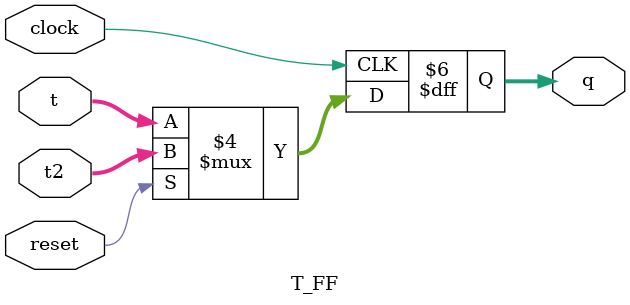
<source format=v>
module state_below(ctl, CLOCKTR, clocke, bar1, bar2,bar3,bar4,bar5,bar6,bar7,bar8,bar9,bar10,bar11,bar12,bar13,bar14,bar15,bar16,bart1, bart2,bart3,bart4,bart5,bart6,bart7,bart8,bart9,bart10,bart11,bart12,bart13,bart14,bart15,bart16, select);
	input [3:0] bar1, bar2,bar3,bar4,bar5,bar6,bar7,bar8,bar9,bar10,bar11,bar12,bar13,bar14,bar15,bar16;
	wire [3:0] ar1, ar2,ar3,ar4,ar5,ar6,ar7,ar8,ar9,ar10,ar11,ar12,ar13,ar14,ar15,ar16;
	wire [3:0] or1, or2,or3,or4,or5,or6,or7,or8,or9,or10,or11,or12,or13,or14,or15,or16;
	reg [3:0] ror1, ror2,ror3,ror4,ror5,ror6,ror7,ror8,ror9,ror10,ror11,ror12,ror13,ror14,ror15,ror16;
	output [3:0] bart1, bart2,bart3,bart4,bart5,bart6,bart7,bart8,bart9,bart10,bart11,bart12,bart13,bart14,bart15,bart16;
	input CLOCKTR;
	input [2:0]ctl;
	input clocke;
	wire random_select_mux;
	wire other_select_mux;
	wire [3:0] qout;
	wire [3:0] storedvalueout;
	output [1:0] select;
	// count_up is set to zero when ctrl1 is 1
	//regFF is set to zero when ctrl1 is 1
	//if ctrl[2] is 0 then maintain the next_state after the random tile placement otherwise if ctrl[2] is 1 then find the next next state
	// 100 qout = 4'b000
	// 101
	// 110
	// 111
	count_up v1(.enable(1'B1),.clock(CLOCKTR),.reset(ctl[1]),.q(qout));
   regFF new0(
       .t(qout),
       .clock(clocke), 
       .reset(ctl[1]), 
       .q(storedvalueout)
       );
	
	random_numb rap1(.outvalue(storedvalueout),.clock_inere(clocke), .b1(bar1), .b2(bar2), .b3(bar3),.b4(bar4),.b5(bar5),.b6(bar6),.b7(bar7),
	.b8(bar8),.b9(bar9),.b10(bar10),.b11(bar11),.b12(bar12),.b13(bar13),.b14(bar14), .b15(bar15), .b16(bar16),
	.o1(ar1),.o2(ar2),.o3(ar3),.o4(ar4),.o5(ar5),.o6(ar6),.o7(ar7),.o8(ar8),.o9(ar9),.o10(ar10),.o11(ar11),.o12(ar12),.o13(ar13),.o14(ar14),.o15(ar15),.o16(ar16),
	.real_movemen(ctl[2]), .mux_rand(random_select_mux));
	
	other_numb ark1(.clock_inere(clocke), .b1(bar1), .b2(bar2), .b3(bar3),.b4(bar4),.b5(bar5),.b6(bar6),.b7(bar7),
	.b8(bar8),.b9(bar9),.b10(bar10),.b11(bar11),.b12(bar12),.b13(bar13),.b14(bar14), .b15(bar15), .b16(bar16),
	.o1(or1),.o2(or2),.o3(or3),.o4(or4),.o5(or5),.o6(or6),.o7(or7),.o8(or8),.o9(or9),.o10(or10),.o11(or11),.o12(or12),.o13(or13),.o14(or14),.o15(or15),.o16(or16)
	,.real_movemen(ctl[2]), .mux_other(other_select_mux));

	
	assign select = {other_select_mux, random_select_mux};
	always@(*)
	begin
		case(select)
			0: begin
				ror1 <= bar1;
				ror2 <= bar2;
				ror3 <= bar3;
				ror4 <= bar4;
				ror5 <= bar5;
				ror6 <= bar6;
				ror7 <= bar7;
				ror8 <= bar8;
				ror9 <= bar9;
				ror10 <= bar10;
				ror11 <= bar11;
				ror12 <= bar12;
				ror13 <= bar13;
				ror14 <= bar14;
				ror15 <= bar15;
				ror16 <= bar16;
				end
			1: begin
				ror1 <= bar1;
				ror2 <= bar2;
				ror3 <= bar3;
				ror4 <= bar4;
				ror5 <= bar5;
				ror6 <= bar6;
				ror7 <= bar7;
				ror8 <= bar8;
				ror9 <= bar9;
				ror10 <= bar10;
				ror11 <= bar11;
				ror12 <= bar12;
				ror13 <= bar13;
				ror14 <= bar14;
				ror15 <= bar15;
				ror16 <= bar16;
				end
			2: begin
				ror1 <= or1;
				ror2 <= or2;
				ror3 <= or3;
				ror4 <= or4;
				ror5 <= or5;
				ror6 <= or6;
				ror7 <= or7;
				ror8 <= or8;
				ror9 <= or9;
				ror10 <= or10;
				ror11 <= or11;
				ror12 <= or12;
				ror13 <= or13;
				ror14 <= or14;
				ror15 <= or15;
				ror16 <= or16;
				end
			3: begin
				ror1 <= ar1;
				ror2 <= ar2;
				ror3 <= ar3;
				ror4 <= ar4;
				ror5 <= ar5;
				ror6 <= ar6;
				ror7 <= ar7;
				ror8 <= ar8;
				ror9 <= ar9;
				ror10 <= ar10;
				ror11 <= ar11;
				ror12 <= ar12;
				ror13 <= ar13;
				ror14 <= ar14;
				ror15 <= ar15;
				ror16 <= ar16;
				end
		endcase
	end
	assign bart1 = ror1;
	assign bart2 = ror2;
	assign bart3 = ror3;
	assign bart4 = ror4;
	assign bart5 = ror5;
	assign bart6 = ror6;
	assign bart7 = ror7;
	assign bart8 = ror8;
	assign bart9 = ror9;
	assign bart10 = ror10;
	assign bart11 = ror11;
	assign bart12 = ror12;
	assign bart13 = ror13;
	assign bart14 = ror14;
	assign bart15 = ror15;
	assign bart16 = ror16;
endmodule
				
module regFF(t, clock, reset, q);
   input [3:0] t;
	input clock, reset;
   output reg [3:0] q;
   always @ (posedge clock)
   begin
      if(reset == 1'b1)
      begin
         q <= 4'b0000;
      end
      else
      begin
         q <= t;
      end
   end
endmodule


	
module count_up(enable, clock, reset, q);
    input enable, clock, reset;
    output reg [3:0] q;
	 wire [3:0] ku;
	 assign ku = 4'b0001;
    always @(posedge clock)
    begin
        if(reset == 1'b1) //reset when high
        begin
            q <= 4'b0000;
        end
        else if(q > 4'b1111) //when hex display reaches F reset
            q <= 4'b0000;
        else if(enable == 1'b1) //counts upwards for hex value
            q <= q + ku;
    end
endmodule	

module other_numb(clock_inere, b1, b2, b3,b4,b5,b6,b7,b8,b9,b10,b11,b12,b13,b14, b15, b16,o1,o2,o3,o4,o5,o6,o7,o8,o9,o10,o11,o12,o13,o14,o15,o16,real_movemen, mux_other);
	input [3:0] b1, b2, b3,b4,b5,b6,b7,b8,b9,b10,b11,b12,b13,b14, b15, b16;	
	wire [3:0] k1, k2, k3,k4,k5,k6,k7,k8,k9,k10,k11,k12,k13,k14, k15, k16;	
	output [3:0] o1,o2,o3,o4,o5,o6,o7,o8,o9,o10,o11,o12,o13,o14,o15,o16;
	output mux_other;
	input clock_inere;
	input real_movemen;
	other_checker r1(.box1(b1), .box2(b2), .box3(b3),.box4(b4),.box5(b5),.box6(b6),.box7(b7),.box8(b8),.box9(b9),
	.box10(b10),.box11(b11),.box12(b12),.box13(b13),.box14(b14), .box15(b15), .box16(b16),.boxy1(k1),.boxy2(k2),.boxy3(k3),.boxy4(k4),.boxy5(k5),.boxy6(k6),.boxy7(k7),.boxy8(k8),.boxy9(k9),.boxy10(k10),.boxy11(k11),.boxy12(k12),.boxy13(k13),.boxy14(k14),.boxy15(k15),.boxy16(k16), .mux_other(mux_other), .clock(clock_inere));
	
	 T_FF T1(
	  .t(o1),
	  .t2(k1),
	  .clock(clock_inere), 
	  .reset(real_movemen), 
	  .q(o1)
	  );
	 T_FF T2(
	  .t(o2),
	  .t2(k2),
	  .clock(clock_inere), 
	  .reset(real_movemen), 
	  .q(o2)
	  );
	 T_FF T3(
	  .t(o3),
	  .t2(k3),
	  .clock(clock_inere), 
	  .reset(real_movemen), 
	  .q(o3)
	  );
	 T_FF T4(
	  .t(o4),
	  .t2(k4),
	  .clock(clock_inere), 
	  .reset(real_movemen), 
	  .q(o4)
	  );
	 T_FF T5(
	  .t(o5),
	  .t2(k5),
	  .clock(clock_inere), 
	  .reset(real_movemen), 
	  .q(o5)
	  );
	 T_FF T6(
	  .t(o6),
	  .t2(k6),
	  .clock(clock_inere), 
	  .reset(real_movemen), 
	  .q(o6)
	  );
	 T_FF T8(
	  .t(o8),
	  .t2(k8),
	  .clock(clock_inere), 
	  .reset(real_movemen), 
	  .q(o8)
	  );
	 T_FF T7(
	  .t(o7),
	  .t2(k7),
	  .clock(clock_inere), 
	  .reset(real_movemen), 
	  .q(o7)
	  );
	 T_FF T9(
	  .t(o9),
	  .t2(k9),
	  .clock(clock_inere), 
	  .reset(real_movemen), 
	  .q(o9)
	  );
	 T_FF T10(
	  .t(o10),
	  .t2(k10),
	  .clock(clock_inere), 
	  .reset(real_movemen), 
	  .q(o10)
	  );
	 T_FF T11(
	  .t(o11),
	  .t2(k11),
	  .clock(clock_inere), 
	  .reset(real_movemen), 
	  .q(o11)
	  );
	 T_FF T12(
	  .t(o12),
	  .t2(k12),
	  .clock(clock_inere), 
	  .reset(real_movemen), 
	  .q(o12)
	  );
	 T_FF T13(
	  .t(o13),
	  .t2(k13),
	  .clock(clock_inere), 
	  .reset(real_movemen), 
	  .q(o13)
	  );
	 T_FF T14(
	  .t(o14),
	  .t2(k14),
	  .clock(clock_inere), 
	  .reset(real_movemen), 
	  .q(o14)
	  );
	 T_FF T15(
	  .t(o15),
	  .t2(k15),
	  .clock(clock_inere), 
	  .reset(real_movemen), 
	  .q(o15)
	  );
	 T_FF T16(
	  .t(o16),
	  .t2(k16),
	  .clock(clock_inere), 
	  .reset(real_movemen), 
	  .q(o16)
	  );	
endmodule	

module other_checker (clock,box1, box2, box3,box4,box5,box6,box7,box8,box9,box10,box11,box12,box13,box14, box15, box16,boxy1, boxy2, boxy3,boxy4,boxy5,boxy6,boxy7,boxy8,boxy9,boxy10,boxy11,boxy12,boxy13,boxy14, boxy15, boxy16, mux_other);
	input [3:0] box1, box2, box3,box4,box5,box6,box7,box8,box9,box10,box11,box12,box13,box14, box15, box16;
	reg [3:0] qt1,qt2,qt3,qt4,qt5,qt6,qt7,qt8,qt9,qt10,qt11,qt12,qt13,qt14,qt15,qt16;
	output [3:0] boxy1, boxy2, boxy3,boxy4,boxy5,boxy6,boxy7,boxy8,boxy9,boxy10,boxy11,boxy12,boxy13,boxy14, boxy15, boxy16;
	reg q;
	input clock;
	output mux_other;
	always@(posedge clock)
		begin
			if (box1 == 4'b0000)
			begin
				q <= 1'b1;
				qt1 <= 4'b0001;
				qt2 <= box2;
				qt3 <= box3;
				qt4 <= box4;
				qt5 <= box5;
				qt6 <= box6;
				qt7 <= box7;
				qt8 <= box8;
				qt9 <= box9;
				qt10 <= box10;
				qt11 <= box11;
				qt12 <= box12;
				qt13 <= box13;
				qt14 <= box14;
				qt15 <= box15;
				qt16 <= box16;
			end
			else if (box2 == 4'b0000)
			begin
				q <= 1'b1;
				qt1 <= box1;
				qt2 <= 4'b0001;
				qt3 <= box3;
				qt4 <= box4;
				qt5 <= box5;
				qt6 <= box6;
				qt7 <= box7;
				qt8 <= box8;
				qt9 <= box9;
				qt10 <= box10;
				qt11 <= box11;
				qt12 <= box12;
				qt13 <= box13;
				qt14 <= box14;
				qt15 <= box15;
				qt16 <= box16;
			end
			
			else if (box3 == 4'b0000)
			begin
				q <= 1'b1;
				qt1 <= box1;
				qt2 <= box2;
				qt3 <= 4'b0001;
				qt4 <= box4;
				qt5 <= box5;
				qt6 <= box6;
				qt7 <= box7;
				qt8 <= box8;
				qt9 <= box9;
				qt10 <= box10;
				qt11 <= box11;
				qt12 <= box12;
				qt13 <= box13;
				qt14 <= box14;
				qt15 <= box15;
				qt16 <= box16;
			end
			
			else if (box4 == 4'b0000)
			begin
				q <= 1'b1;
				qt1 <= box1;
				qt2 <= box2;
				qt3 <= box3;
				qt4 <= 4'b0001;
				qt5 <= box5;
				qt6 <= box6;
				qt7 <= box7;
				qt8 <= box8;
				qt9 <= box9;
				qt10 <= box10;
				qt11 <= box11;
				qt12 <= box12;
				qt13 <= box13;
				qt14 <= box14;
				qt15 <= box15;
				qt16 <= box16;
			end
			
			else if (box5 == 4'b0000)
			begin
				q <= 1'b1;
				qt1 <= box1;
				qt2 <= box2;
				qt3 <= box3;
				qt4 <= box4;
				qt5 <= 4'b0001;
				qt6 <= box6;
				qt7 <= box7;
				qt8 <= box8;
				qt9 <= box9;
				qt10 <= box10;
				qt11 <= box11;
				qt12 <= box12;
				qt13 <= box13;
				qt14 <= box14;
				qt15 <= box15;
				qt16 <= box16;
			end
			
			else if (box6 == 4'b0000)
			begin
				q <= 1'b1;
				qt1 <= box1;
				qt2 <= box2;
				qt3 <= box3;
				qt4 <= box4;
				qt5 <= box5;
				qt6 <= 4'b0001;
				qt7 <= box7;
				qt8 <= box8;
				qt9 <= box9;
				qt10 <= box10;
				qt11 <= box11;
				qt12 <= box12;
				qt13 <= box13;
				qt14 <= box14;
				qt15 <= box15;
				qt16 <= box16;
			end
			
			else if (box7 == 4'b0000)
			begin
				q <= 1'b1;
				qt1 <= box1;
				qt2 <= box2;
				qt3 <= box3;
				qt4 <= box4;
				qt5 <= box5;
				qt6 <= box6;
				qt7 <= 4'b0001;
				qt8 <= box8;
				qt9 <= box9;
				qt10 <= box10;
				qt11 <= box11;
				qt12 <= box12;
				qt13 <= box13;
				qt14 <= box14;
				qt15 <= box15;
				qt16 <= box16;
			end
			
			else if (box8 == 4'b0000)
			begin
				q <= 1'b1;
				qt1 <= box1;
				qt2 <= box2;
				qt3 <= box3;
				qt4 <= box4;
				qt5 <= box5;
				qt6 <= box6;
				qt7 <= box7;
				qt8 <= 4'b0001;
				qt9 <= box9;
				qt10 <= box10;
				qt11 <= box11;
				qt12 <= box12;
				qt13 <= box13;
				qt14 <= box14;
				qt15 <= box15;
				qt16 <= box16;
			end
			
			else if (box9 == 4'b0000)
			begin
				q <= 1'b1;
				qt1 <= box1;
				qt2 <= box2;
				qt3 <= box3;
				qt4 <= box4;
				qt5 <= box5;
				qt6 <= box6;
				qt7 <= box7;
				qt8 <= box8;
				qt9 <= 4'b0001;
				qt10 <= box10;
				qt11 <= box11;
				qt12 <= box12;
				qt13 <= box13;
				qt14 <= box14;
				qt15 <= box15;
				qt16 <= box16;
			end
			
			else if (box10 == 4'b0000)
			begin
				q <= 1'b1;
				qt1 <= box1;
				qt2 <= box2;
				qt3 <= box3;
				qt4 <= box4;
				qt5 <= box5;
				qt6 <= box6;
				qt7 <= box7;
				qt8 <= box8;
				qt9 <= box9;
				qt10 <= 4'b0001;
				qt11 <= box11;
				qt12 <= box12;
				qt13 <= box13;
				qt14 <= box14;
				qt15 <= box15;
				qt16 <= box16;
			end
			
			else if (box11 == 4'b0000)
			begin
				q <= 1'b1;
				qt1 <= box1;
				qt2 <= box2;
				qt3 <= box3;
				qt4 <= box4;
				qt5 <= box5;
				qt6 <= box6;
				qt7 <= box7;
				qt8 <= box8;
				qt9 <= box9;
				qt10 <= box10;
				qt11 <= 4'b0001;
				qt12 <= box12;
				qt13 <= box13;
				qt14 <= box14;
				qt15 <= box15;
				qt16 <= box16;
			end
			
			else if (box12 == 4'b0000)
			begin
				q <= 1'b1;
				qt1 <= box1;
				qt2 <= box2;
				qt3 <= box3;
				qt4 <= box4;
				qt5 <= box5;
				qt6 <= box6;
				qt7 <= box7;
				qt8 <= box8;
				qt9 <= box9;
				qt10 <= box10;
				qt11 <= box11;
				qt12 <= 4'b0001;
				qt13 <= box13;
				qt14 <= box14;
				qt15 <= box15;
				qt16 <= box16;
			end
			
			else if (box13 == 4'b0000)
			begin
				q <= 1'b1;
				qt1 <= box1;
				qt2 <= box2;
				qt3 <= box3;
				qt4 <= box4;
				qt5 <= box5;
				qt6 <= box6;
				qt7 <= box7;
				qt8 <= box8;
				qt9 <= box9;
				qt10 <= box10;
				qt11 <= box11;
				qt12 <= box12;
				qt13 <= 4'b0001;
				qt14 <= box14;
				qt15 <= box15;
				qt16 <= box16;
			end
			
			else if (box14 == 4'b0000)
			begin
				q <= 1'b1;
				qt1 <= box1;
				qt2 <= box2;
				qt3 <= box3;
				qt4 <= box4;
				qt5 <= box5;
				qt6 <= box6;
				qt7 <= box7;
				qt8 <= box8;
				qt9 <= box9;
				qt10 <= box10;
				qt11 <= box11;
				qt12 <= box12;
				qt13 <= box13;
				qt14 <= 4'b0001;
				qt15 <= box15;
				qt16 <= box16;
			end
			
			else if (box15 == 4'b0000)
			begin
				q <= 1'b1;
				qt1 <= box1;
				qt2 <= box2;
				qt3 <= box3;
				qt4 <= box4;
				qt5 <= box5;
				qt6 <= box6;
				qt7 <= box7;
				qt8 <= box8;
				qt9 <= box9;
				qt10 <= box10;
				qt11 <= box11;
				qt12 <= box12;
				qt13 <= box13;
				qt14 <= box14;
				qt15 <= 4'b0001;
				qt16 <= box16;
			end
			
			else if (box16 == 4'b0000)
			begin
				q <= 1'b1;
				qt1 <= box1;
				qt2 <= box2;
				qt3 <= box3;
				qt4 <= box4;
				qt5 <= box5;
				qt6 <= box6;
				qt7 <= box7;
				qt8 <= box8;
				qt9 <= box9;
				qt10 <= box10;
				qt11 <= box11;
				qt12 <= box12;
				qt13 <= box13;
				qt14 <= box14;
				qt15 <= box15;
				qt16 <= 4'b0001;
			end
		end
		assign mux_other = q;
		assign boxy1=qt1;
		assign boxy2=qt2;
		assign boxy3=qt3;
		assign boxy4=qt4;
		assign boxy5=qt5;
		assign boxy6=qt6;
		assign boxy7=qt7;
		assign boxy8=qt8;
		assign boxy9=qt9;
		assign boxy10=qt10;
		assign boxy11=qt11;
		assign boxy12=qt12;
		assign boxy13=qt13;
		assign boxy14=qt14;
		assign boxy15=qt15;
		assign boxy16=qt16;
endmodule

module random_numb(outvalue,clock_inere, b1, b2, b3,b4,b5,b6,b7,b8,b9,b10,b11,b12,b13,b14, b15, b16,o1,o2,o3,o4,o5,o6,o7,o8,o9,o10,o11,o12,o13,o14,o15,o16,real_movemen, mux_rand);
	input [3:0] b1, b2, b3,b4,b5,b6,b7,b8,b9,b10,b11,b12,b13,b14, b15, b16;	
	wire [3:0] k1, k2, k3,k4,k5,k6,k7,k8,k9,k10,k11,k12,k13,k14, k15, k16;	
	output [3:0] o1,o2,o3,o4,o5,o6,o7,o8,o9,o10,o11,o12,o13,o14,o15,o16;
	output mux_rand;
	input [3:0] outvalue;
	input clock_inere;
	input real_movemen;
	
	random_number_grabber r0(.randombox(outvalue), .box1(b1), .box2(b2), .box3(b3),.box4(b4),.box5(b5),.box6(b6),.box7(b7),.box8(b8),.box9(b9),
	.box10(b10),.box11(b11),.box12(b12),.box13(b13),.box14(b14), .box15(b15), .box16(b16),.q1(k1),.q2(k2),.q3(k3),.q4(k4),.q5(k5),.q6(k6),.q7(k7),.q8(k8),.q9(k9),.q10(k10),.q11(k11),.q12(k12),.q13(k13),.q14(k14),.q15(k15),.q16(k16),.clock(clock_inere), .muxy(mux_rand));
	
	 T_FF T1(
	  .t(o1),
	  .t2(k1),
	  .clock(clock_inere), 
	  .reset(real_movemen), 
	  .q(o1)
	  );
	 T_FF T2(
	  .t(o2),
	  .t2(k2),
	  .clock(clock_inere), 
	  .reset(real_movemen), 
	  .q(o2)
	  );
	 T_FF T3(
	  .t(o3),
	  .t2(k3),
	  .clock(clock_inere), 
	  .reset(real_movemen), 
	  .q(o3)
	  );
	 T_FF T4(
	  .t(o4),
	  .t2(k4),
	  .clock(clock_inere), 
	  .reset(real_movemen), 
	  .q(o4)
	  );
	 T_FF T5(
	  .t(o5),
	  .t2(k5),
	  .clock(clock_inere), 
	  .reset(real_movemen), 
	  .q(o5)
	  );
	 T_FF T6(
	  .t(o6),
	  .t2(k6),
	  .clock(clock_inere), 
	  .reset(real_movemen), 
	  .q(o6)
	  );
	 T_FF T8(
	  .t(o8),
	  .t2(k8),
	  .clock(clock_inere), 
	  .reset(real_movemen), 
	  .q(o8)
	  );
	 T_FF T7(
	  .t(o7),
	  .t2(k7),
	  .clock(clock_inere), 
	  .reset(real_movemen), 
	  .q(o7)
	  );
	 T_FF T9(
	  .t(o9),
	  .t2(k9),
	  .clock(clock_inere), 
	  .reset(real_movemen), 
	  .q(o9)
	  );
	 T_FF T10(
	  .t(o10),
	  .t2(k10),
	  .clock(clock_inere), 
	  .reset(real_movemen), 
	  .q(o10)
	  );
	 T_FF T11(
	  .t(o11),
	  .t2(k11),
	  .clock(clock_inere), 
	  .reset(real_movemen), 
	  .q(o11)
	  );
	 T_FF T12(
	  .t(o12),
	  .t2(k12),
	  .clock(clock_inere), 
	  .reset(real_movemen), 
	  .q(o12)
	  );
	 T_FF T13(
	  .t(o13),
	  .t2(k13),
	  .clock(clock_inere), 
	  .reset(real_movemen), 
	  .q(o13)
	  );
	 T_FF T14(
	  .t(o14),
	  .t2(k14),
	  .clock(clock_inere), 
	  .reset(real_movemen), 
	  .q(o14)
	  );
	 T_FF T15(
	  .t(o15),
	  .t2(k15),
	  .clock(clock_inere), 
	  .reset(real_movemen), 
	  .q(o15)
	  );
	 T_FF T16(
	  .t(o16),
	  .t2(k16),
	  .clock(clock_inere), 
	  .reset(real_movemen), 
	  .q(o16)
	  );	
endmodule
	
module random_number_grabber(randombox,clock,box1, box2, box3,box4,box5,box6,box7,box8,box9,box10,box11,box12,box13,box14, box15, box16, q1,q2,q3,q4,q5,q6,q7,q8,q9,q10,q11,q12,q13,q14,q15,q16, muxy);
	input [3:0] box1, box2, box3,box4,box5,box6,box7,box8,box9,box10,box11,box12,box13,box14, box15, box16;
	reg [3:0] qt1,qt2,qt3,qt4,qt5,qt6,qt7,qt8,qt9,qt10,qt11,qt12,qt13,qt14,qt15,qt16;
	output [3:0] q1,q2,q3,q4,q5,q6,q7,q8,q9,q10,q11,q12,q13,q14,q15,q16;
	reg q;
	input clock;
	input [3:0] randombox;
	output muxy;
	
	always@(posedge clock)
		begin
			case(randombox)
				0: begin
						if (box1 == 4'b0000)
						begin
							q = 1'b1;
							qt1 <= 4'b0001;
							qt2 <= box2;
							qt3 <= box3;
							qt4 <= box4;
							qt5 <= box5;
							qt6 <= box6;
							qt7 <= box7;
							qt8 <= box8;
							qt9 <= box9;
							qt10 <= box10;
							qt11 <= box11;
							qt12 <= box12;
							qt13 <= box13;
							qt14 <= box14;
							qt15 <= box15;
							qt16 <= box16;
						end
						else
						begin
						q <= 1'b0;
						qt1 <= box1;
						qt2 <= box2;
						qt3 <= box3;
						qt4 <= box4;
						qt5 <= box5;
						qt6 <= box6;
						qt7 <= box7;
						qt8 <= box8;
						qt9 <= box9;
						qt10 <= box10;
						qt11 <= box11;
						qt12 <= box12;
						qt13 <= box13;
						qt14 <= box14;
						qt15 <= box15;
						qt16 <= box16;
						end
					end
				1: begin
						if (box2 == 4'b0000)
						begin
							q <= 1'b1;
							qt1 <= box1;
							qt2 <= 4'b0001;
							qt3 <= box3;
							qt4 <= box4;
							qt5 <= box5;
							qt6 <= box6;
							qt7 <= box7;
							qt8 <= box8;
							qt9 <= box9;
							qt10 <= box10;
							qt11 <= box11;
							qt12 <= box12;
							qt13 <= box13;
							qt14 <= box14;
							qt15 <= box15;
							qt16 <= box16;
						end
						else
						begin
						q <= 1'b0;
						qt1 <= box1;
						qt2 <= box2;
						qt3 <= box3;
						qt4 <= box4;
						qt5 <= box5;
						qt6 <= box6;
						qt7 <= box7;
						qt8 <= box8;
						qt9 <= box9;
						qt10 <= box10;
						qt11 <= box11;
						qt12 <= box12;
						qt13 <= box13;
						qt14 <= box14;
						qt15 <= box15;
						qt16 <= box16;
						end
					end
				2: begin
						if (box3 == 4'b0000)
						begin
							q <= 1'b1;
							qt1 <= box1;
							qt2 <= box2;
							qt3 <= 4'b0001;
							qt4 <= box4;
							qt5 <= box5;
							qt6 <= box6;
							qt7 <= box7;
							qt8 <= box8;
							qt9 <= box9;
							qt10 <= box10;
							qt11 <= box11;
							qt12 <= box12;
							qt13 <= box13;
							qt14 <= box14;
							qt15 <= box15;
							qt16 <= box16;							
						end
						else
						begin
						q <= 1'b0;
						qt1 <= box1;
						qt2 <= box2;
						qt3 <= box3;
						qt4 <= box4;
						qt5 <= box5;
						qt6 <= box6;
						qt7 <= box7;
						qt8 <= box8;
						qt9 <= box9;
						qt10 <= box10;
						qt11 <= box11;
						qt12 <= box12;
						qt13 <= box13;
						qt14 <= box14;
						qt15 <= box15;
						qt16 <= box16;
						end
					end
				3: begin
						if (box4 == 4'b0000)
						begin
							q <= 1'b1;
							qt1 <= box1;
							qt2 <= box2;
							qt3 <= box3;
							qt4 <= 4'b0001;
							qt5 <= box5;
							qt6 <= box6;
							qt7 <= box7;
							qt8 <= box8;
							qt9 <= box9;
							qt10 <= box10;
							qt11 <= box11;
							qt12 <= box12;
							qt13 <= box13;
							qt14 <= box14;
							qt15 <= box15;
							qt16 <= box16;
						end
						else
						begin
						q <= 1'b0;
						qt1 <= box1;
						qt2 <= box2;
						qt3 <= box3;
						qt4 <= box4;
						qt5 <= box5;
						qt6 <= box6;
						qt7 <= box7;
						qt8 <= box8;
						qt9 <= box9;
						qt10 <= box10;
						qt11 <= box11;
						qt12 <= box12;
						qt13 <= box13;
						qt14 <= box14;
						qt15 <= box15;
						qt16 <= box16;
						end
					end
				4: begin
						if (box5 == 4'b0000)
						begin
							q <= 1'b1;
							qt1 <= box1;
							qt2 <= box2;
							qt3 <= box3;
							qt4 <= box4;
							qt5 <= 4'b0001;
							qt6 <= box6;
							qt7 <= box7;
							qt8 <= box8;
							qt9 <= box9;
							qt10 <= box10;
							qt11 <= box11;
							qt12 <= box12;
							qt13 <= box13;
							qt14 <= box14;
							qt15 <= box15;
							qt16 <= box16;
						end
						else
						begin
						q <= 1'b0;
						qt1 <= box1;
						qt2 <= box2;
						qt3 <= box3;
						qt4 <= box4;
						qt5 <= box5;
						qt6 <= box6;
						qt7 <= box7;
						qt8 <= box8;
						qt9 <= box9;
						qt10 <= box10;
						qt11 <= box11;
						qt12 <= box12;
						qt13 <= box13;
						qt14 <= box14;
						qt15 <= box15;
						qt16 <= box16;
						end
					end
				5: begin
						if (box6 == 4'b0000)
						begin
							q <= 1'b1;
							qt1 <= box1;
							qt2 <= box2;
							qt3 <= box3;
							qt4 <= box4;
							qt5 <= box5;
							qt6 <= 4'b0001;
							qt7 <= box7;
							qt8 <= box8;
							qt9 <= box9;
							qt10 <= box10;
							qt11 <= box11;
							qt12 <= box12;
							qt13 <= box13;
							qt14 <= box14;
							qt15 <= box15;
							qt16 <= box16;
						end
						else
						begin
						q <= 1'b0;
						qt1 <= box1;
						qt2 <= box2;
						qt3 <= box3;
						qt4 <= box4;
						qt5 <= box5;
						qt6 <= box6;
						qt7 <= box7;
						qt8 <= box8;
						qt9 <= box9;
						qt10 <= box10;
						qt11 <= box11;
						qt12 <= box12;
						qt13 <= box13;
						qt14 <= box14;
						qt15 <= box15;
						qt16 <= box16;
						end
					end
				6: begin
						if (box7 == 4'b0000)
						begin
							q <= 1'b1;
							qt1 <= box1;
							qt2 <= box2;
							qt3 <= box3;
							qt4 <= box4;
							qt5 <= box5;
							qt6 <= box6;
							qt7 <= 4'b0001;
							qt8 <= box8;
							qt9 <= box9;
							qt10 <= box10;
							qt11 <= box11;
							qt12 <= box12;
							qt13 <= box13;
							qt14 <= box14;
							qt15 <= box15;
							qt16 <= box16;
						end
						else
						begin
						q <= 1'b0;
						qt1 <= box1;
						qt2 <= box2;
						qt3 <= box3;
						qt4 <= box4;
						qt5 <= box5;
						qt6 <= box6;
						qt7 <= box7;
						qt8 <= box8;
						qt9 <= box9;
						qt10 <= box10;
						qt11 <= box11;
						qt12 <= box12;
						qt13 <= box13;
						qt14 <= box14;
						qt15 <= box15;
						qt16 <= box16;
						end
					end
				7: begin
						if (box8 == 4'b0000)
						begin
							q <= 1'b1;
							qt1 <= box1;
							qt2 <= box2;
							qt3 <= box3;
							qt4 <= box4;
							qt5 <= box5;
							qt6 <= box6;
							qt7 <= box7;
							qt8 <= 4'b0001;
							qt9 <= box9;
							qt10 <= box10;
							qt11 <= box11;
							qt12 <= box12;
							qt13 <= box13;
							qt14 <= box14;
							qt15 <= box15;
							qt16 <= box16;
						end
						else
						begin
						q <= 1'b0;
						qt1 <= box1;
						qt2 <= box2;
						qt3 <= box3;
						qt4 <= box4;
						qt5 <= box5;
						qt6 <= box6;
						qt7 <= box7;
						qt8 <= box8;
						qt9 <= box9;
						qt10 <= box10;
						qt11 <= box11;
						qt12 <= box12;
						qt13 <= box13;
						qt14 <= box14;
						qt15 <= box15;
						qt16 <= box16;
						end
					end
				8: begin
						if (box9 == 4'b0000)
						begin
							q <= 1'b1;
							qt1 <= box1;
							qt2 <= box2;
							qt3 <= box3;
							qt4 <= box4;
							qt5 <= box5;
							qt6 <= box6;
							qt7 <= box7;
							qt8 <= box8;
							qt9 <= 4'b0001;
							qt10 <= box10;
							qt11 <= box11;
							qt12 <= box12;
							qt13 <= box13;
							qt14 <= box14;
							qt15 <= box15;
							qt16 <= box16;
						end
						else
						begin
						q <= 1'b0;
						qt1 <= box1;
						qt2 <= box2;
						qt3 <= box3;
						qt4 <= box4;
						qt5 <= box5;
						qt6 <= box6;
						qt7 <= box7;
						qt8 <= box8;
						qt9 <= box9;
						qt10 <= box10;
						qt11 <= box11;
						qt12 <= box12;
						qt13 <= box13;
						qt14 <= box14;
						qt15 <= box15;
						qt16 <= box16;
						end
					end
				9: begin
						if (box10 == 4'b0000)
						begin
							q <= 1'b1;
							qt1 <= box1;
							qt2 <= box2;
							qt3 <= box3;
							qt4 <= box4;
							qt5 <= box5;
							qt6 <= box6;
							qt7 <= box7;
							qt8 <= box8;
							qt9 <= box9;
							qt10 <= 4'b0001;
							qt11 <= box11;
							qt12 <= box12;
							qt13 <= box13;
							qt14 <= box14;
							qt15 <= box15;
							qt16 <= box16;
						end
						else
						begin
						q <= 1'b0;
						qt1 <= box1;
						qt2 <= box2;
						qt3 <= box3;
						qt4 <= box4;
						qt5 <= box5;
						qt6 <= box6;
						qt7 <= box7;
						qt8 <= box8;
						qt9 <= box9;
						qt10 <= box10;
						qt11 <= box11;
						qt12 <= box12;
						qt13 <= box13;
						qt14 <= box14;
						qt15 <= box15;
						qt16 <= box16;
						end
					end
				10: begin
						if (box11 == 4'b0000)
						begin
							q <= 1'b1;
							qt1 <= box1;
							qt2 <= box2;
							qt3 <= box3;
							qt4 <= box4;
							qt5 <= box5;
							qt6 <= box6;
							qt7 <= box7;
							qt8 <= box8;
							qt9 <= box9;
							qt10 <= box10;
							qt11 <= 4'b0001;
							qt12 <= box12;
							qt13 <= box13;
							qt14 <= box14;
							qt15 <= box15;
							qt16 <= box16;
						end
						else
						begin
						q <= 1'b0;
						qt1 <= box1;
						qt2 <= box2;
						qt3 <= box3;
						qt4 <= box4;
						qt5 <= box5;
						qt6 <= box6;
						qt7 <= box7;
						qt8 <= box8;
						qt9 <= box9;
						qt10 <= box10;
						qt11 <= box11;
						qt12 <= box12;
						qt13 <= box13;
						qt14 <= box14;
						qt15 <= box15;
						qt16 <= box16;
						end
					end
				11: begin
						if (box12 == 4'b0000)
						begin
							q <= 1'b1;
							qt1 <= box1;
							qt2 <= box2;
							qt3 <= box3;
							qt4 <= box4;
							qt5 <= box5;
							qt6 <= box6;
							qt7 <= box7;
							qt8 <= box8;
							qt9 <= box9;
							qt10 <= box10;
							qt11 <= box11;
							qt12 <= 4'b0001;
							qt13 <= box13;
							qt14 <= box14;
							qt15 <= box15;
							qt16 <= box16;
						end
						else
						begin
						q <= 1'b0;
						qt1 <= box1;
						qt2 <= box2;
						qt3 <= box3;
						qt4 <= box4;
						qt5 <= box5;
						qt6 <= box6;
						qt7 <= box7;
						qt8 <= box8;
						qt9 <= box9;
						qt10 <= box10;
						qt11 <= box11;
						qt12 <= box12;
						qt13 <= box13;
						qt14 <= box14;
						qt15 <= box15;
						qt16 <= box16;
						end
					end
				12: begin
						if (box13 == 4'b0000)
						begin
							q <= 1'b1;
							qt1 <= box1;
							qt2 <= box2;
							qt3 <= box3;
							qt4 <= box4;
							qt5 <= box5;
							qt6 <= box6;
							qt7 <= box7;
							qt8 <= box8;
							qt9 <= box9;
							qt10 <= box10;
							qt11 <= box11;
							qt12 <= box12;
							qt13 <= 4'b0001;
							qt14 <= box14;
							qt15 <= box15;
							qt16 <= box16;
						end
						else
						begin
						q <= 1'b0;
						qt1 <= box1;
						qt2 <= box2;
						qt3 <= box3;
						qt4 <= box4;
						qt5 <= box5;
						qt6 <= box6;
						qt7 <= box7;
						qt8 <= box8;
						qt9 <= box9;
						qt10 <= box10;
						qt11 <= box11;
						qt12 <= box12;
						qt13 <= box13;
						qt14 <= box14;
						qt15 <= box15;
						qt16 <= box16;
						end
					end
				13: begin
						if (box14 == 4'b0000)
						begin
							q <= 1'b1;
							qt1 <= box1;
							qt2 <= box2;
							qt3 <= box3;
							qt4 <= box4;
							qt5 <= box5;
							qt6 <= box6;
							qt7 <= box7;
							qt8 <= box8;
							qt9 <= box9;
							qt10 <= box10;
							qt11 <= box11;
							qt12 <= box12;
							qt13 <= box13;
							qt14 <= 4'b0001;
							qt15 <= box15;
							qt16 <= box16;
						end
						else
						begin
						q <= 1'b0;
						qt1 <= box1;
						qt2 <= box2;
						qt3 <= box3;
						qt4 <= box4;
						qt5 <= box5;
						qt6 <= box6;
						qt7 <= box7;
						qt8 <= box8;
						qt9 <= box9;
						qt10 <= box10;
						qt11 <= box11;
						qt12 <= box12;
						qt13 <= box13;
						qt14 <= box14;
						qt15 <= box15;
						qt16 <= box16;
						end
					end
				14: begin
						if (box15 == 4'b0000)
						begin
							q <= 1'b1;
							qt1 <= box1;
							qt2 <= box2;
							qt3 <= box3;
							qt4 <= box4;
							qt5 <= box5;
							qt6 <= box6;
							qt7 <= box7;
							qt8 <= box8;
							qt9 <= box9;
							qt10 <= box10;
							qt11 <= box11;
							qt12 <= box12;
							qt13 <= box13;
							qt14 <= box14;
							qt15 <= 4'b0001;
							qt16 <= box16;
						end
						else
						begin
						q <= 1'b0;
						qt1 <= box1;
						qt2 <= box2;
						qt3 <= box3;
						qt4 <= box4;
						qt5 <= box5;
						qt6 <= box6;
						qt7 <= box7;
						qt8 <= box8;
						qt9 <= box9;
						qt10 <= box10;
						qt11 <= box11;
						qt12 <= box12;
						qt13 <= box13;
						qt14 <= box14;
						qt15 <= box15;
						qt16 <= box16;
						end
					end
				15: begin
						if (box16 == 4'b0000)
						begin
							q <= 1'b1;
							qt1 <= box1;
							qt2 <= box2;
							qt3 <= box3;
							qt4 <= box4;
							qt5 <= box5;
							qt6 <= box6;
							qt7 <= box7;
							qt8 <= box8;
							qt9 <= box9;
							qt10 <= box10;
							qt11 <= box11;
							qt12 <= box12;
							qt13 <= box13;
							qt14 <= box14;
							qt15 <= box15;
							qt16 <= 4'b0001;
						end
						else
						begin
						q <= 1'b0;
						qt1 <= box1;
						qt2 <= box2;
						qt3 <= box3;
						qt4 <= box4;
						qt5 <= box5;
						qt6 <= box6;
						qt7 <= box7;
						qt8 <= box8;
						qt9 <= box9;
						qt10 <= box10;
						qt11 <= box11;
						qt12 <= box12;
						qt13 <= box13;
						qt14 <= box14;
						qt15 <= box15;
						qt16 <= box16;
						end
					end
			endcase
		end
		assign muxy = q;
		assign q1=qt1;
		assign q2=qt2;
		assign q3=qt3;
		assign q4=qt4;
		assign q5=qt5;
		assign q6=qt6;
		assign q7=qt7;
		assign q8=qt8;
		assign q9=qt9;
		assign q10=qt10;
		assign q11=qt11;
		assign q12=qt12;
		assign q13=qt13;
		assign q14=qt14;
		assign q15=qt15;
		assign q16=qt16;
endmodule

module T_FF(t,t2, clock, reset, q);
   input [3:0] t, t2;
   input clock, reset;
   output reg [3:0] q;
   always @ (posedge clock) //regular d flip flop
   begin
      if(reset == 1'b0)
      begin
         q <= t;
      end
      else
      begin
         q <= t2;
      end
   end
endmodule

</source>
